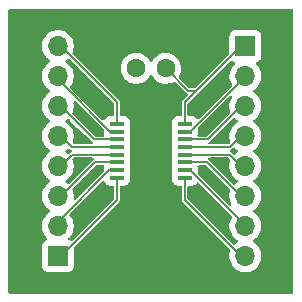
<source format=gtl>
G04 #@! TF.GenerationSoftware,KiCad,Pcbnew,9.0.0*
G04 #@! TF.CreationDate,2025-02-20T19:15:02-05:00*
G04 #@! TF.ProjectId,surfboard,73757266-626f-4617-9264-2e6b69636164,rev?*
G04 #@! TF.SameCoordinates,Original*
G04 #@! TF.FileFunction,Copper,L1,Top*
G04 #@! TF.FilePolarity,Positive*
%FSLAX46Y46*%
G04 Gerber Fmt 4.6, Leading zero omitted, Abs format (unit mm)*
G04 Created by KiCad (PCBNEW 9.0.0) date 2025-02-20 19:15:02*
%MOMM*%
%LPD*%
G01*
G04 APERTURE LIST*
G04 #@! TA.AperFunction,SMDPad,CuDef*
%ADD10R,1.168400X0.304800*%
G04 #@! TD*
G04 #@! TA.AperFunction,ComponentPad*
%ADD11C,1.600000*%
G04 #@! TD*
G04 #@! TA.AperFunction,ComponentPad*
%ADD12R,1.700000X1.700000*%
G04 #@! TD*
G04 #@! TA.AperFunction,ComponentPad*
%ADD13O,1.700000X1.700000*%
G04 #@! TD*
G04 #@! TA.AperFunction,Conductor*
%ADD14C,0.203200*%
G04 #@! TD*
G04 APERTURE END LIST*
D10*
X140004800Y-99945049D03*
X140004800Y-100595035D03*
X140004800Y-101245021D03*
X140004800Y-101895007D03*
X140004800Y-102544993D03*
X140004800Y-103194979D03*
X140004800Y-103844965D03*
X140004800Y-104494951D03*
X145745200Y-104494951D03*
X145745200Y-103844965D03*
X145745200Y-103194979D03*
X145745200Y-102544993D03*
X145745200Y-101895007D03*
X145745200Y-101245021D03*
X145745200Y-100595035D03*
X145745200Y-99945049D03*
D11*
X141625000Y-95235000D03*
X144125000Y-95235000D03*
D12*
X135001000Y-111125000D03*
D13*
X135001000Y-108585000D03*
X135001000Y-106045000D03*
X135001000Y-103505000D03*
X135001000Y-100965000D03*
X135001000Y-98425000D03*
X135001000Y-95885000D03*
X135001000Y-93345000D03*
D12*
X150876000Y-93345000D03*
D13*
X150876000Y-95885000D03*
X150876000Y-98425000D03*
X150876000Y-100965000D03*
X150876000Y-103505000D03*
X150876000Y-106045000D03*
X150876000Y-108585000D03*
X150876000Y-111125000D03*
D14*
X135255000Y-93345000D02*
X135001000Y-93345000D01*
X140004800Y-98094800D02*
X135255000Y-93345000D01*
X135128000Y-95885000D02*
X135001000Y-95885000D01*
X135255000Y-96012000D02*
X135128000Y-95885000D01*
X135255000Y-96415070D02*
X135255000Y-96012000D01*
X138075021Y-101245021D02*
X135255000Y-98425000D01*
X140004800Y-101245021D02*
X138075021Y-101245021D01*
X136185007Y-101895007D02*
X135255000Y-100965000D01*
X140004800Y-101895007D02*
X136185007Y-101895007D01*
X135255000Y-103505000D02*
X135001000Y-103505000D01*
X135255000Y-98425000D02*
X135001000Y-98425000D01*
X136215007Y-102544993D02*
X135255000Y-103505000D01*
X140004800Y-99945049D02*
X140004800Y-98094800D01*
X135255000Y-106045000D02*
X135001000Y-106045000D01*
X140004800Y-100595035D02*
X139434965Y-100595035D01*
X138105021Y-103194979D02*
X135255000Y-106045000D01*
X135255000Y-100965000D02*
X135001000Y-100965000D01*
X135128000Y-108585000D02*
X135001000Y-108585000D01*
X135255000Y-108458000D02*
X135128000Y-108585000D01*
X139360035Y-103844965D02*
X135255000Y-107950000D01*
X140004800Y-103844965D02*
X139360035Y-103844965D01*
X140004800Y-106375200D02*
X135255000Y-111125000D01*
X135255000Y-111125000D02*
X135001000Y-111125000D01*
X140004800Y-104494951D02*
X140004800Y-106375200D01*
X135255000Y-107950000D02*
X135255000Y-108458000D01*
X140004800Y-103194979D02*
X138105021Y-103194979D01*
X140004800Y-102544993D02*
X136215007Y-102544993D01*
X139434965Y-100595035D02*
X135255000Y-96415070D01*
X145745200Y-106375200D02*
X150495000Y-111125000D01*
X145745200Y-104494951D02*
X145745200Y-106375200D01*
X150622000Y-108585000D02*
X150876000Y-108585000D01*
X150495000Y-108458000D02*
X150622000Y-108585000D01*
X150495000Y-108162965D02*
X150495000Y-108458000D01*
X145745200Y-103844965D02*
X146177000Y-103844965D01*
X147644979Y-103194979D02*
X150495000Y-106045000D01*
X150495000Y-111125000D02*
X150876000Y-111125000D01*
X150495000Y-103505000D02*
X150876000Y-103505000D01*
X149534993Y-102544993D02*
X150495000Y-103505000D01*
X145745200Y-102544993D02*
X149534993Y-102544993D01*
X145745200Y-103194979D02*
X147644979Y-103194979D01*
X150495000Y-100965000D02*
X150876000Y-100965000D01*
X149564993Y-101895007D02*
X150495000Y-100965000D01*
X145745200Y-101895007D02*
X149564993Y-101895007D01*
X150495000Y-98425000D02*
X150876000Y-98425000D01*
X146177000Y-103844965D02*
X150495000Y-108162965D01*
X150622000Y-95885000D02*
X150876000Y-95885000D01*
X145745200Y-100595035D02*
X146177000Y-100595035D01*
X150495000Y-93345000D02*
X150876000Y-93345000D01*
X146685000Y-97155000D02*
X150495000Y-93345000D01*
X146177000Y-100595035D02*
X150495000Y-96277035D01*
X150495000Y-96277035D02*
X150495000Y-96012000D01*
X145745200Y-101245021D02*
X147674979Y-101245021D01*
X150495000Y-96012000D02*
X150622000Y-95885000D01*
X147674979Y-101245021D02*
X150495000Y-98425000D01*
X150495000Y-106045000D02*
X150876000Y-106045000D01*
X146045000Y-97155000D02*
X144125000Y-95235000D01*
X146685000Y-97155000D02*
X146045000Y-97155000D01*
X145745200Y-98094800D02*
X146685000Y-97155000D01*
X145745200Y-99945049D02*
X145745200Y-98094800D01*
G04 #@! TA.AperFunction,NonConductor*
G36*
X154882539Y-90190185D02*
G01*
X154928294Y-90242989D01*
X154939500Y-90294500D01*
X154939500Y-114175500D01*
X154919815Y-114242539D01*
X154867011Y-114288294D01*
X154815500Y-114299500D01*
X130934500Y-114299500D01*
X130867461Y-114279815D01*
X130821706Y-114227011D01*
X130810500Y-114175500D01*
X130810500Y-93238713D01*
X133650500Y-93238713D01*
X133650500Y-93451286D01*
X133683753Y-93661239D01*
X133749444Y-93863414D01*
X133845951Y-94052820D01*
X133970890Y-94224786D01*
X134121213Y-94375109D01*
X134293182Y-94500050D01*
X134301946Y-94504516D01*
X134352742Y-94552491D01*
X134369536Y-94620312D01*
X134346998Y-94686447D01*
X134301946Y-94725484D01*
X134293182Y-94729949D01*
X134121213Y-94854890D01*
X133970890Y-95005213D01*
X133845951Y-95177179D01*
X133749444Y-95366585D01*
X133683753Y-95568760D01*
X133657546Y-95734228D01*
X133650500Y-95778713D01*
X133650500Y-95991287D01*
X133683754Y-96201243D01*
X133740205Y-96374982D01*
X133749444Y-96403414D01*
X133845951Y-96592820D01*
X133970890Y-96764786D01*
X134121213Y-96915109D01*
X134293182Y-97040050D01*
X134301946Y-97044516D01*
X134352742Y-97092491D01*
X134369536Y-97160312D01*
X134346998Y-97226447D01*
X134301946Y-97265484D01*
X134293182Y-97269949D01*
X134121213Y-97394890D01*
X133970890Y-97545213D01*
X133845951Y-97717179D01*
X133749444Y-97906585D01*
X133683753Y-98108760D01*
X133650500Y-98318713D01*
X133650500Y-98531286D01*
X133683753Y-98741239D01*
X133683753Y-98741241D01*
X133683754Y-98741243D01*
X133732864Y-98892388D01*
X133749444Y-98943414D01*
X133845951Y-99132820D01*
X133970890Y-99304786D01*
X134121213Y-99455109D01*
X134293182Y-99580050D01*
X134301946Y-99584516D01*
X134352742Y-99632491D01*
X134369536Y-99700312D01*
X134346998Y-99766447D01*
X134301946Y-99805484D01*
X134293182Y-99809949D01*
X134121213Y-99934890D01*
X133970890Y-100085213D01*
X133845951Y-100257179D01*
X133749444Y-100446585D01*
X133683753Y-100648760D01*
X133650500Y-100858713D01*
X133650500Y-101071286D01*
X133683753Y-101281239D01*
X133683753Y-101281241D01*
X133683754Y-101281243D01*
X133748924Y-101481816D01*
X133749444Y-101483414D01*
X133845951Y-101672820D01*
X133970890Y-101844786D01*
X134121213Y-101995109D01*
X134293182Y-102120050D01*
X134301946Y-102124516D01*
X134352742Y-102172491D01*
X134369536Y-102240312D01*
X134346998Y-102306447D01*
X134301946Y-102345484D01*
X134293182Y-102349949D01*
X134121213Y-102474890D01*
X133970890Y-102625213D01*
X133845951Y-102797179D01*
X133749444Y-102986585D01*
X133683753Y-103188760D01*
X133651050Y-103395243D01*
X133650500Y-103398713D01*
X133650500Y-103611287D01*
X133683754Y-103821243D01*
X133729132Y-103960902D01*
X133749444Y-104023414D01*
X133845951Y-104212820D01*
X133970890Y-104384786D01*
X134121213Y-104535109D01*
X134293182Y-104660050D01*
X134301946Y-104664516D01*
X134352742Y-104712491D01*
X134369536Y-104780312D01*
X134346998Y-104846447D01*
X134301946Y-104885484D01*
X134293182Y-104889949D01*
X134121213Y-105014890D01*
X133970890Y-105165213D01*
X133845951Y-105337179D01*
X133749444Y-105526585D01*
X133683753Y-105728760D01*
X133650500Y-105938713D01*
X133650500Y-106151286D01*
X133676686Y-106316622D01*
X133683754Y-106361243D01*
X133730456Y-106504977D01*
X133749444Y-106563414D01*
X133845951Y-106752820D01*
X133970890Y-106924786D01*
X134121213Y-107075109D01*
X134293182Y-107200050D01*
X134301946Y-107204516D01*
X134352742Y-107252491D01*
X134369536Y-107320312D01*
X134346998Y-107386447D01*
X134301946Y-107425484D01*
X134293182Y-107429949D01*
X134121213Y-107554890D01*
X133970890Y-107705213D01*
X133845951Y-107877179D01*
X133749444Y-108066585D01*
X133683753Y-108268760D01*
X133650500Y-108478713D01*
X133650500Y-108691286D01*
X133683753Y-108901239D01*
X133749444Y-109103414D01*
X133845951Y-109292820D01*
X133970890Y-109464786D01*
X134084430Y-109578326D01*
X134117915Y-109639649D01*
X134112931Y-109709341D01*
X134071059Y-109765274D01*
X134040083Y-109782189D01*
X133908669Y-109831203D01*
X133908664Y-109831206D01*
X133793455Y-109917452D01*
X133793452Y-109917455D01*
X133707206Y-110032664D01*
X133707202Y-110032671D01*
X133656908Y-110167517D01*
X133650501Y-110227116D01*
X133650500Y-110227135D01*
X133650500Y-112022870D01*
X133650501Y-112022876D01*
X133656908Y-112082483D01*
X133707202Y-112217328D01*
X133707206Y-112217335D01*
X133793452Y-112332544D01*
X133793455Y-112332547D01*
X133908664Y-112418793D01*
X133908671Y-112418797D01*
X134043517Y-112469091D01*
X134043516Y-112469091D01*
X134050444Y-112469835D01*
X134103127Y-112475500D01*
X135898872Y-112475499D01*
X135958483Y-112469091D01*
X136093331Y-112418796D01*
X136208546Y-112332546D01*
X136294796Y-112217331D01*
X136345091Y-112082483D01*
X136351500Y-112022873D01*
X136351499Y-110403857D01*
X136371184Y-110336819D01*
X136387813Y-110316182D01*
X140199022Y-106504974D01*
X140199022Y-106504972D01*
X140199024Y-106504971D01*
X140216461Y-106462872D01*
X140233900Y-106420770D01*
X140233900Y-106329629D01*
X140233900Y-105271850D01*
X140253585Y-105204811D01*
X140306389Y-105159056D01*
X140357900Y-105147850D01*
X140636871Y-105147850D01*
X140636872Y-105147850D01*
X140696483Y-105141442D01*
X140831331Y-105091147D01*
X140946546Y-105004897D01*
X141032796Y-104889682D01*
X141083091Y-104754834D01*
X141089500Y-104695224D01*
X141089499Y-104294679D01*
X141083091Y-104235068D01*
X141074968Y-104213292D01*
X141069983Y-104143602D01*
X141074966Y-104126630D01*
X141083091Y-104104848D01*
X141089500Y-104045238D01*
X141089499Y-103644693D01*
X141083091Y-103585082D01*
X141074968Y-103563306D01*
X141069983Y-103493616D01*
X141074966Y-103476644D01*
X141083091Y-103454862D01*
X141089500Y-103395252D01*
X141089499Y-102994707D01*
X141083091Y-102935096D01*
X141074968Y-102913320D01*
X141069983Y-102843630D01*
X141074966Y-102826658D01*
X141083091Y-102804876D01*
X141089500Y-102745266D01*
X141089499Y-102344721D01*
X141083091Y-102285110D01*
X141074968Y-102263334D01*
X141069983Y-102193644D01*
X141074966Y-102176672D01*
X141083091Y-102154890D01*
X141089500Y-102095280D01*
X141089499Y-101694735D01*
X141083091Y-101635124D01*
X141074968Y-101613348D01*
X141069983Y-101543658D01*
X141074966Y-101526686D01*
X141083091Y-101504904D01*
X141089500Y-101445294D01*
X141089499Y-101044749D01*
X141083091Y-100985138D01*
X141074968Y-100963362D01*
X141069983Y-100893672D01*
X141074966Y-100876700D01*
X141083091Y-100854918D01*
X141089500Y-100795308D01*
X141089499Y-100394763D01*
X141083091Y-100335152D01*
X141074968Y-100313376D01*
X141069983Y-100243686D01*
X141074966Y-100226714D01*
X141083091Y-100204932D01*
X141089500Y-100145322D01*
X141089499Y-99744777D01*
X141083091Y-99685166D01*
X141073553Y-99659594D01*
X141032797Y-99550320D01*
X141032793Y-99550313D01*
X140946547Y-99435104D01*
X140946544Y-99435101D01*
X140831335Y-99348855D01*
X140831328Y-99348851D01*
X140696482Y-99298557D01*
X140696483Y-99298557D01*
X140636883Y-99292150D01*
X140636881Y-99292149D01*
X140636873Y-99292149D01*
X140636865Y-99292149D01*
X140357900Y-99292149D01*
X140290861Y-99272464D01*
X140245106Y-99219660D01*
X140233900Y-99168149D01*
X140233900Y-98049229D01*
X140223684Y-98024566D01*
X140219452Y-98014350D01*
X140219450Y-98014346D01*
X140213024Y-97998831D01*
X140199022Y-97965026D01*
X140199020Y-97965024D01*
X140199020Y-97965023D01*
X137366645Y-95132648D01*
X140324500Y-95132648D01*
X140324500Y-95337351D01*
X140356522Y-95539534D01*
X140419781Y-95734223D01*
X140512715Y-95916613D01*
X140633028Y-96082213D01*
X140777786Y-96226971D01*
X140932372Y-96339282D01*
X140943390Y-96347287D01*
X141053541Y-96403412D01*
X141125776Y-96440218D01*
X141125778Y-96440218D01*
X141125781Y-96440220D01*
X141230137Y-96474127D01*
X141320465Y-96503477D01*
X141421557Y-96519488D01*
X141522648Y-96535500D01*
X141522649Y-96535500D01*
X141727351Y-96535500D01*
X141727352Y-96535500D01*
X141929534Y-96503477D01*
X142124219Y-96440220D01*
X142306610Y-96347287D01*
X142399590Y-96279732D01*
X142472213Y-96226971D01*
X142472215Y-96226968D01*
X142472219Y-96226966D01*
X142616966Y-96082219D01*
X142616968Y-96082215D01*
X142616971Y-96082213D01*
X142684212Y-95989662D01*
X142737287Y-95916610D01*
X142764515Y-95863171D01*
X142812490Y-95812376D01*
X142880311Y-95795581D01*
X142946446Y-95818118D01*
X142985485Y-95863172D01*
X143012715Y-95916613D01*
X143133028Y-96082213D01*
X143277786Y-96226971D01*
X143432372Y-96339282D01*
X143443390Y-96347287D01*
X143553541Y-96403412D01*
X143625776Y-96440218D01*
X143625778Y-96440218D01*
X143625781Y-96440220D01*
X143730137Y-96474127D01*
X143820465Y-96503477D01*
X143921557Y-96519488D01*
X144022648Y-96535500D01*
X144022649Y-96535500D01*
X144227351Y-96535500D01*
X144227352Y-96535500D01*
X144429534Y-96503477D01*
X144624219Y-96440220D01*
X144624224Y-96440217D01*
X144624228Y-96440216D01*
X144797009Y-96352179D01*
X144865678Y-96339282D01*
X144930418Y-96365558D01*
X144940985Y-96374982D01*
X145915225Y-97349222D01*
X145915230Y-97349224D01*
X145921648Y-97351883D01*
X145976052Y-97395724D01*
X145998117Y-97462018D01*
X145980838Y-97529717D01*
X145961877Y-97554125D01*
X145550979Y-97965023D01*
X145550977Y-97965026D01*
X145526313Y-98024569D01*
X145516100Y-98049228D01*
X145516100Y-99168149D01*
X145496415Y-99235188D01*
X145443611Y-99280943D01*
X145392100Y-99292149D01*
X145113130Y-99292149D01*
X145113123Y-99292150D01*
X145053516Y-99298557D01*
X144918671Y-99348851D01*
X144918664Y-99348855D01*
X144803455Y-99435101D01*
X144803452Y-99435104D01*
X144717206Y-99550313D01*
X144717202Y-99550320D01*
X144666910Y-99685162D01*
X144666909Y-99685166D01*
X144660500Y-99744776D01*
X144660500Y-99744783D01*
X144660500Y-99744784D01*
X144660500Y-100145319D01*
X144660501Y-100145325D01*
X144666908Y-100204930D01*
X144675031Y-100226708D01*
X144680015Y-100296400D01*
X144675032Y-100313372D01*
X144666909Y-100335152D01*
X144660500Y-100394762D01*
X144660500Y-100394769D01*
X144660500Y-100394770D01*
X144660500Y-100795305D01*
X144660501Y-100795311D01*
X144666908Y-100854916D01*
X144675031Y-100876694D01*
X144680015Y-100946386D01*
X144675032Y-100963358D01*
X144668967Y-100979621D01*
X144666909Y-100985138D01*
X144660500Y-101044748D01*
X144660500Y-101044755D01*
X144660500Y-101044756D01*
X144660500Y-101445291D01*
X144660501Y-101445297D01*
X144666908Y-101504902D01*
X144675031Y-101526680D01*
X144680015Y-101596372D01*
X144675032Y-101613344D01*
X144668974Y-101629588D01*
X144666909Y-101635124D01*
X144660500Y-101694734D01*
X144660500Y-101694741D01*
X144660500Y-101694742D01*
X144660500Y-102095277D01*
X144660501Y-102095283D01*
X144666908Y-102154888D01*
X144675031Y-102176666D01*
X144680015Y-102246358D01*
X144675032Y-102263330D01*
X144666909Y-102285110D01*
X144660500Y-102344720D01*
X144660500Y-102344727D01*
X144660500Y-102344728D01*
X144660500Y-102745263D01*
X144660501Y-102745269D01*
X144666908Y-102804874D01*
X144675031Y-102826652D01*
X144680015Y-102896344D01*
X144675032Y-102913316D01*
X144666909Y-102935096D01*
X144660500Y-102994706D01*
X144660500Y-102994713D01*
X144660500Y-102994714D01*
X144660500Y-103395249D01*
X144660501Y-103395255D01*
X144666908Y-103454860D01*
X144675031Y-103476638D01*
X144680015Y-103546330D01*
X144675032Y-103563302D01*
X144669726Y-103577530D01*
X144666909Y-103585082D01*
X144660500Y-103644692D01*
X144660500Y-103644699D01*
X144660500Y-103644700D01*
X144660500Y-104045235D01*
X144660501Y-104045241D01*
X144666908Y-104104846D01*
X144675031Y-104126624D01*
X144680015Y-104196316D01*
X144675032Y-104213288D01*
X144666909Y-104235068D01*
X144660500Y-104294678D01*
X144660500Y-104294685D01*
X144660500Y-104294686D01*
X144660500Y-104695221D01*
X144660501Y-104695227D01*
X144666908Y-104754834D01*
X144717202Y-104889679D01*
X144717206Y-104889686D01*
X144803452Y-105004895D01*
X144803455Y-105004898D01*
X144918664Y-105091144D01*
X144918671Y-105091148D01*
X144963618Y-105107912D01*
X145053517Y-105141442D01*
X145113127Y-105147851D01*
X145392101Y-105147850D01*
X145459139Y-105167534D01*
X145504894Y-105220338D01*
X145516100Y-105271850D01*
X145516100Y-106420768D01*
X145516101Y-106420773D01*
X145550975Y-106504969D01*
X145550976Y-106504971D01*
X145550978Y-106504975D01*
X145550979Y-106504976D01*
X145550980Y-106504977D01*
X149577614Y-110531610D01*
X149611099Y-110592933D01*
X149607864Y-110657608D01*
X149558754Y-110808755D01*
X149558753Y-110808759D01*
X149525500Y-111018713D01*
X149525500Y-111231286D01*
X149558753Y-111441239D01*
X149624444Y-111643414D01*
X149720951Y-111832820D01*
X149845890Y-112004786D01*
X149996213Y-112155109D01*
X150168179Y-112280048D01*
X150168181Y-112280049D01*
X150168184Y-112280051D01*
X150357588Y-112376557D01*
X150559757Y-112442246D01*
X150769713Y-112475500D01*
X150769714Y-112475500D01*
X150982286Y-112475500D01*
X150982287Y-112475500D01*
X151192243Y-112442246D01*
X151394412Y-112376557D01*
X151583816Y-112280051D01*
X151670138Y-112217335D01*
X151755786Y-112155109D01*
X151755788Y-112155106D01*
X151755792Y-112155104D01*
X151906104Y-112004792D01*
X151906106Y-112004788D01*
X151906109Y-112004786D01*
X152031048Y-111832820D01*
X152031047Y-111832820D01*
X152031051Y-111832816D01*
X152127557Y-111643412D01*
X152193246Y-111441243D01*
X152226500Y-111231287D01*
X152226500Y-111018713D01*
X152193246Y-110808757D01*
X152127557Y-110606588D01*
X152031051Y-110417184D01*
X152031049Y-110417181D01*
X152031048Y-110417179D01*
X151906109Y-110245213D01*
X151755786Y-110094890D01*
X151583820Y-109969951D01*
X151583115Y-109969591D01*
X151575054Y-109965485D01*
X151524259Y-109917512D01*
X151507463Y-109849692D01*
X151529999Y-109783556D01*
X151575054Y-109744515D01*
X151583816Y-109740051D01*
X151626085Y-109709341D01*
X151755786Y-109615109D01*
X151755788Y-109615106D01*
X151755792Y-109615104D01*
X151906104Y-109464792D01*
X151906106Y-109464788D01*
X151906109Y-109464786D01*
X152031048Y-109292820D01*
X152031047Y-109292820D01*
X152031051Y-109292816D01*
X152127557Y-109103412D01*
X152193246Y-108901243D01*
X152226500Y-108691287D01*
X152226500Y-108478713D01*
X152193246Y-108268757D01*
X152127557Y-108066588D01*
X152031051Y-107877184D01*
X152031049Y-107877181D01*
X152031048Y-107877179D01*
X151906109Y-107705213D01*
X151755786Y-107554890D01*
X151583820Y-107429951D01*
X151583115Y-107429591D01*
X151575054Y-107425485D01*
X151524259Y-107377512D01*
X151507463Y-107309692D01*
X151529999Y-107243556D01*
X151575054Y-107204515D01*
X151583816Y-107200051D01*
X151605789Y-107184086D01*
X151755786Y-107075109D01*
X151755788Y-107075106D01*
X151755792Y-107075104D01*
X151906104Y-106924792D01*
X151906106Y-106924788D01*
X151906109Y-106924786D01*
X152031048Y-106752820D01*
X152031047Y-106752820D01*
X152031051Y-106752816D01*
X152127557Y-106563412D01*
X152193246Y-106361243D01*
X152226500Y-106151287D01*
X152226500Y-105938713D01*
X152193246Y-105728757D01*
X152127557Y-105526588D01*
X152031051Y-105337184D01*
X152031049Y-105337181D01*
X152031048Y-105337179D01*
X151906109Y-105165213D01*
X151755786Y-105014890D01*
X151583820Y-104889951D01*
X151583115Y-104889591D01*
X151575054Y-104885485D01*
X151524259Y-104837512D01*
X151507463Y-104769692D01*
X151529999Y-104703556D01*
X151575054Y-104664515D01*
X151583816Y-104660051D01*
X151605789Y-104644086D01*
X151755786Y-104535109D01*
X151755788Y-104535106D01*
X151755792Y-104535104D01*
X151906104Y-104384792D01*
X151906106Y-104384788D01*
X151906109Y-104384786D01*
X152031048Y-104212820D01*
X152031047Y-104212820D01*
X152031051Y-104212816D01*
X152127557Y-104023412D01*
X152193246Y-103821243D01*
X152226500Y-103611287D01*
X152226500Y-103398713D01*
X152193246Y-103188757D01*
X152127557Y-102986588D01*
X152031051Y-102797184D01*
X152031049Y-102797181D01*
X152031048Y-102797179D01*
X151906109Y-102625213D01*
X151755786Y-102474890D01*
X151583820Y-102349951D01*
X151583115Y-102349591D01*
X151575054Y-102345485D01*
X151524259Y-102297512D01*
X151507463Y-102229692D01*
X151529999Y-102163556D01*
X151575054Y-102124515D01*
X151583816Y-102120051D01*
X151605789Y-102104086D01*
X151755786Y-101995109D01*
X151755788Y-101995106D01*
X151755792Y-101995104D01*
X151906104Y-101844792D01*
X151906106Y-101844788D01*
X151906109Y-101844786D01*
X152031048Y-101672820D01*
X152031047Y-101672820D01*
X152031051Y-101672816D01*
X152127557Y-101483412D01*
X152193246Y-101281243D01*
X152226500Y-101071287D01*
X152226500Y-100858713D01*
X152193246Y-100648757D01*
X152127557Y-100446588D01*
X152031051Y-100257184D01*
X152031049Y-100257181D01*
X152031048Y-100257179D01*
X151906109Y-100085213D01*
X151755786Y-99934890D01*
X151583820Y-99809951D01*
X151583115Y-99809591D01*
X151575054Y-99805485D01*
X151524259Y-99757512D01*
X151507463Y-99689692D01*
X151529999Y-99623556D01*
X151575054Y-99584515D01*
X151583816Y-99580051D01*
X151610357Y-99560768D01*
X151755786Y-99455109D01*
X151755788Y-99455106D01*
X151755792Y-99455104D01*
X151906104Y-99304792D01*
X151906106Y-99304788D01*
X151906109Y-99304786D01*
X152031048Y-99132820D01*
X152031047Y-99132820D01*
X152031051Y-99132816D01*
X152127557Y-98943412D01*
X152193246Y-98741243D01*
X152226500Y-98531287D01*
X152226500Y-98318713D01*
X152193246Y-98108757D01*
X152127557Y-97906588D01*
X152031051Y-97717184D01*
X152031049Y-97717181D01*
X152031048Y-97717179D01*
X151906109Y-97545213D01*
X151755786Y-97394890D01*
X151583820Y-97269951D01*
X151578699Y-97267342D01*
X151575054Y-97265485D01*
X151524259Y-97217512D01*
X151507463Y-97149692D01*
X151529999Y-97083556D01*
X151575054Y-97044515D01*
X151583816Y-97040051D01*
X151648804Y-96992835D01*
X151755786Y-96915109D01*
X151755788Y-96915106D01*
X151755792Y-96915104D01*
X151906104Y-96764792D01*
X151906106Y-96764788D01*
X151906109Y-96764786D01*
X152031048Y-96592820D01*
X152031049Y-96592819D01*
X152031051Y-96592816D01*
X152127557Y-96403412D01*
X152193246Y-96201243D01*
X152226500Y-95991287D01*
X152226500Y-95778713D01*
X152193246Y-95568757D01*
X152127557Y-95366588D01*
X152031051Y-95177184D01*
X152031049Y-95177181D01*
X152031048Y-95177179D01*
X151906109Y-95005213D01*
X151792569Y-94891673D01*
X151759084Y-94830350D01*
X151764068Y-94760658D01*
X151805940Y-94704725D01*
X151836915Y-94687810D01*
X151968331Y-94638796D01*
X152083546Y-94552546D01*
X152169796Y-94437331D01*
X152220091Y-94302483D01*
X152226500Y-94242873D01*
X152226499Y-92447128D01*
X152220091Y-92387517D01*
X152169796Y-92252669D01*
X152169795Y-92252668D01*
X152169793Y-92252664D01*
X152083547Y-92137455D01*
X152083544Y-92137452D01*
X151968335Y-92051206D01*
X151968328Y-92051202D01*
X151833482Y-92000908D01*
X151833483Y-92000908D01*
X151773883Y-91994501D01*
X151773881Y-91994500D01*
X151773873Y-91994500D01*
X151773864Y-91994500D01*
X149978129Y-91994500D01*
X149978123Y-91994501D01*
X149918516Y-92000908D01*
X149783671Y-92051202D01*
X149783664Y-92051206D01*
X149668455Y-92137452D01*
X149668452Y-92137455D01*
X149582206Y-92252664D01*
X149582202Y-92252671D01*
X149531908Y-92387517D01*
X149525501Y-92447116D01*
X149525501Y-92447123D01*
X149525500Y-92447135D01*
X149525500Y-93939140D01*
X149505815Y-94006179D01*
X149489181Y-94026821D01*
X146626422Y-96889581D01*
X146565099Y-96923066D01*
X146538741Y-96925900D01*
X146191259Y-96925900D01*
X146124220Y-96906215D01*
X146103578Y-96889581D01*
X145264982Y-96050985D01*
X145231497Y-95989662D01*
X145236481Y-95919970D01*
X145242179Y-95907009D01*
X145330216Y-95734228D01*
X145330218Y-95734223D01*
X145330220Y-95734219D01*
X145393477Y-95539534D01*
X145425500Y-95337352D01*
X145425500Y-95132648D01*
X145393477Y-94930466D01*
X145380872Y-94891673D01*
X145360947Y-94830350D01*
X145330220Y-94735781D01*
X145330218Y-94735778D01*
X145330218Y-94735776D01*
X145280804Y-94638797D01*
X145237287Y-94553390D01*
X145212989Y-94519946D01*
X145116971Y-94387786D01*
X144972213Y-94243028D01*
X144806613Y-94122715D01*
X144806612Y-94122714D01*
X144806610Y-94122713D01*
X144749653Y-94093691D01*
X144624223Y-94029781D01*
X144429534Y-93966522D01*
X144254995Y-93938878D01*
X144227352Y-93934500D01*
X144022648Y-93934500D01*
X143998329Y-93938351D01*
X143820465Y-93966522D01*
X143625776Y-94029781D01*
X143443386Y-94122715D01*
X143277786Y-94243028D01*
X143133028Y-94387786D01*
X143012713Y-94553388D01*
X142985484Y-94606828D01*
X142937510Y-94657623D01*
X142869688Y-94674418D01*
X142803554Y-94651880D01*
X142764516Y-94606828D01*
X142737286Y-94553388D01*
X142616971Y-94387786D01*
X142472213Y-94243028D01*
X142306613Y-94122715D01*
X142306612Y-94122714D01*
X142306610Y-94122713D01*
X142249653Y-94093691D01*
X142124223Y-94029781D01*
X141929534Y-93966522D01*
X141754995Y-93938878D01*
X141727352Y-93934500D01*
X141522648Y-93934500D01*
X141498329Y-93938351D01*
X141320465Y-93966522D01*
X141125776Y-94029781D01*
X140943386Y-94122715D01*
X140777786Y-94243028D01*
X140633028Y-94387786D01*
X140512715Y-94553386D01*
X140419781Y-94735776D01*
X140356522Y-94930465D01*
X140324500Y-95132648D01*
X137366645Y-95132648D01*
X136263892Y-94029895D01*
X136230407Y-93968572D01*
X136235391Y-93898880D01*
X136241085Y-93885925D01*
X136252557Y-93863412D01*
X136318246Y-93661243D01*
X136351500Y-93451287D01*
X136351500Y-93238713D01*
X136318246Y-93028757D01*
X136252557Y-92826588D01*
X136156051Y-92637184D01*
X136156049Y-92637181D01*
X136156048Y-92637179D01*
X136031109Y-92465213D01*
X135880786Y-92314890D01*
X135708820Y-92189951D01*
X135519414Y-92093444D01*
X135519413Y-92093443D01*
X135519412Y-92093443D01*
X135317243Y-92027754D01*
X135317241Y-92027753D01*
X135317240Y-92027753D01*
X135155957Y-92002208D01*
X135107287Y-91994500D01*
X134894713Y-91994500D01*
X134846042Y-92002208D01*
X134684760Y-92027753D01*
X134482585Y-92093444D01*
X134293179Y-92189951D01*
X134121213Y-92314890D01*
X133970890Y-92465213D01*
X133845951Y-92637179D01*
X133749444Y-92826585D01*
X133683753Y-93028760D01*
X133650500Y-93238713D01*
X130810500Y-93238713D01*
X130810500Y-90294500D01*
X130830185Y-90227461D01*
X130882989Y-90181706D01*
X130934500Y-90170500D01*
X154815500Y-90170500D01*
X154882539Y-90190185D01*
G37*
G04 #@! TD.AperFunction*
G04 #@! TA.AperFunction,NonConductor*
G36*
X149690891Y-94575617D02*
G01*
X149721868Y-94592532D01*
X149740965Y-94606828D01*
X149776518Y-94633443D01*
X149783668Y-94638795D01*
X149783671Y-94638797D01*
X149915082Y-94687810D01*
X149971016Y-94729681D01*
X149995433Y-94795145D01*
X149980582Y-94863418D01*
X149959431Y-94891673D01*
X149845889Y-95005215D01*
X149720951Y-95177179D01*
X149624444Y-95366585D01*
X149558753Y-95568760D01*
X149532546Y-95734228D01*
X149525500Y-95778713D01*
X149525500Y-95991287D01*
X149558754Y-96201243D01*
X149624443Y-96403412D01*
X149720949Y-96592816D01*
X149720951Y-96592818D01*
X149723161Y-96597156D01*
X149722224Y-96597633D01*
X149739134Y-96660188D01*
X149718007Y-96726787D01*
X149702844Y-96745192D01*
X146927694Y-99520342D01*
X146866371Y-99553827D01*
X146796679Y-99548843D01*
X146740748Y-99506973D01*
X146686946Y-99435103D01*
X146686944Y-99435101D01*
X146686943Y-99435100D01*
X146571735Y-99348855D01*
X146571728Y-99348851D01*
X146436882Y-99298557D01*
X146436883Y-99298557D01*
X146377283Y-99292150D01*
X146377281Y-99292149D01*
X146377273Y-99292149D01*
X146377265Y-99292149D01*
X146098300Y-99292149D01*
X146031261Y-99272464D01*
X145985506Y-99219660D01*
X145974300Y-99168149D01*
X145974300Y-98241059D01*
X145993985Y-98174020D01*
X146010619Y-98153378D01*
X146446818Y-97717179D01*
X146879222Y-97284775D01*
X146879222Y-97284774D01*
X149559880Y-94604114D01*
X149621199Y-94570633D01*
X149690891Y-94575617D01*
G37*
G04 #@! TD.AperFunction*
G04 #@! TA.AperFunction,NonConductor*
G36*
X149653756Y-97544788D02*
G01*
X149709689Y-97586660D01*
X149734106Y-97652124D01*
X149720907Y-97717264D01*
X149624445Y-97906582D01*
X149558753Y-98108760D01*
X149525500Y-98318713D01*
X149525500Y-98531286D01*
X149558753Y-98741240D01*
X149607864Y-98892388D01*
X149609859Y-98962229D01*
X149577614Y-99018387D01*
X147616401Y-100979602D01*
X147555078Y-101013087D01*
X147528720Y-101015921D01*
X146942034Y-101015921D01*
X146874995Y-100996236D01*
X146829240Y-100943432D01*
X146819296Y-100874274D01*
X146822273Y-100862599D01*
X146821707Y-100862466D01*
X146823488Y-100854925D01*
X146823491Y-100854918D01*
X146829900Y-100795308D01*
X146829899Y-100394763D01*
X146823754Y-100337600D01*
X146836160Y-100268843D01*
X146859360Y-100236670D01*
X149522743Y-97573287D01*
X149584064Y-97539804D01*
X149653756Y-97544788D01*
G37*
G04 #@! TD.AperFunction*
G04 #@! TA.AperFunction,NonConductor*
G36*
X149935884Y-99410626D02*
G01*
X149980231Y-99439127D01*
X149996213Y-99455109D01*
X150168182Y-99580050D01*
X150176946Y-99584516D01*
X150227742Y-99632491D01*
X150244536Y-99700312D01*
X150221998Y-99766447D01*
X150176946Y-99805484D01*
X150168182Y-99809949D01*
X149996213Y-99934890D01*
X149845890Y-100085213D01*
X149720951Y-100257179D01*
X149624444Y-100446585D01*
X149558753Y-100648760D01*
X149525500Y-100858713D01*
X149525500Y-101071286D01*
X149558753Y-101281240D01*
X149607864Y-101432389D01*
X149608298Y-101447600D01*
X149613617Y-101461860D01*
X149609275Y-101481816D01*
X149609859Y-101502231D01*
X149601771Y-101516316D01*
X149598766Y-101530133D01*
X149577615Y-101558388D01*
X149506413Y-101629589D01*
X149445093Y-101663073D01*
X149418734Y-101665907D01*
X147874300Y-101665907D01*
X147807261Y-101646222D01*
X147761506Y-101593418D01*
X147751562Y-101524260D01*
X147780587Y-101460704D01*
X147803559Y-101440437D01*
X147804752Y-101439243D01*
X147804754Y-101439243D01*
X149804869Y-99439126D01*
X149866192Y-99405642D01*
X149935884Y-99410626D01*
G37*
G04 #@! TD.AperFunction*
G04 #@! TA.AperFunction,NonConductor*
G36*
X149935883Y-101950626D02*
G01*
X149980231Y-101979127D01*
X149996213Y-101995109D01*
X150168182Y-102120050D01*
X150176946Y-102124516D01*
X150227742Y-102172491D01*
X150244536Y-102240312D01*
X150221998Y-102306447D01*
X150176946Y-102345484D01*
X150168182Y-102349949D01*
X149996211Y-102474892D01*
X149996209Y-102474894D01*
X149980226Y-102490876D01*
X149918901Y-102524358D01*
X149849209Y-102519370D01*
X149804868Y-102490871D01*
X149664768Y-102350771D01*
X149662788Y-102349951D01*
X149640630Y-102340773D01*
X149586229Y-102296933D01*
X149564164Y-102230639D01*
X149581443Y-102162940D01*
X149632580Y-102115329D01*
X149640634Y-102111651D01*
X149645443Y-102109659D01*
X149694768Y-102089229D01*
X149804871Y-101979125D01*
X149866191Y-101945642D01*
X149935883Y-101950626D01*
G37*
G04 #@! TD.AperFunction*
G04 #@! TA.AperFunction,NonConductor*
G36*
X149418174Y-102782737D02*
G01*
X149448161Y-102789261D01*
X149453176Y-102793015D01*
X149455773Y-102793778D01*
X149476415Y-102810412D01*
X149577614Y-102911611D01*
X149611099Y-102972934D01*
X149607864Y-103037609D01*
X149558754Y-103188755D01*
X149558753Y-103188759D01*
X149526050Y-103395243D01*
X149525500Y-103398713D01*
X149525500Y-103611287D01*
X149558754Y-103821243D01*
X149604132Y-103960902D01*
X149624444Y-104023414D01*
X149720951Y-104212820D01*
X149845890Y-104384786D01*
X149996213Y-104535109D01*
X150168182Y-104660050D01*
X150176946Y-104664516D01*
X150227742Y-104712491D01*
X150244536Y-104780312D01*
X150221998Y-104846447D01*
X150176946Y-104885484D01*
X150168182Y-104889949D01*
X149996211Y-105014892D01*
X149996209Y-105014894D01*
X149980226Y-105030876D01*
X149918901Y-105064358D01*
X149849209Y-105059370D01*
X149804868Y-105030871D01*
X147766118Y-102992121D01*
X147767048Y-102991190D01*
X147730604Y-102947583D01*
X147721897Y-102878258D01*
X147752051Y-102815231D01*
X147811494Y-102778511D01*
X147844300Y-102774093D01*
X149388734Y-102774093D01*
X149418174Y-102782737D01*
G37*
G04 #@! TD.AperFunction*
G04 #@! TA.AperFunction,NonConductor*
G36*
X147565759Y-103443764D02*
G01*
X147586401Y-103460398D01*
X149577614Y-105451610D01*
X149611099Y-105512933D01*
X149607864Y-105577608D01*
X149558754Y-105728755D01*
X149558753Y-105728759D01*
X149525500Y-105938713D01*
X149525500Y-106151286D01*
X149551686Y-106316622D01*
X149558754Y-106361243D01*
X149605456Y-106504977D01*
X149624444Y-106563414D01*
X149689741Y-106691567D01*
X149702637Y-106760236D01*
X149676361Y-106824977D01*
X149619254Y-106865234D01*
X149549449Y-106868226D01*
X149491575Y-106835543D01*
X146859362Y-104203330D01*
X146825877Y-104142007D01*
X146823754Y-104102398D01*
X146829900Y-104045238D01*
X146829899Y-103644693D01*
X146823491Y-103585082D01*
X146823490Y-103585078D01*
X146821707Y-103577531D01*
X146824799Y-103576800D01*
X146820881Y-103521666D01*
X146854393Y-103460358D01*
X146915732Y-103426901D01*
X146942035Y-103424079D01*
X147498720Y-103424079D01*
X147565759Y-103443764D01*
G37*
G04 #@! TD.AperFunction*
G04 #@! TA.AperFunction,NonConductor*
G36*
X146927695Y-104919657D02*
G01*
X149715189Y-107707151D01*
X149748674Y-107768474D01*
X149743690Y-107838166D01*
X149727828Y-107867715D01*
X149720950Y-107877181D01*
X149624444Y-108066585D01*
X149558753Y-108268760D01*
X149525500Y-108478713D01*
X149525500Y-108691286D01*
X149558753Y-108901239D01*
X149624444Y-109103414D01*
X149720951Y-109292820D01*
X149845890Y-109464786D01*
X149996213Y-109615109D01*
X150168182Y-109740050D01*
X150176946Y-109744516D01*
X150227742Y-109792491D01*
X150244536Y-109860312D01*
X150221998Y-109926447D01*
X150176946Y-109965484D01*
X150168182Y-109969949D01*
X149996211Y-110094892D01*
X149996209Y-110094894D01*
X149980226Y-110110876D01*
X149918901Y-110144358D01*
X149849209Y-110139370D01*
X149804868Y-110110871D01*
X146010619Y-106316622D01*
X145977134Y-106255299D01*
X145974300Y-106228941D01*
X145974300Y-105271850D01*
X145993985Y-105204811D01*
X146046789Y-105159056D01*
X146098300Y-105147850D01*
X146377271Y-105147850D01*
X146377272Y-105147850D01*
X146436883Y-105141442D01*
X146571731Y-105091147D01*
X146686946Y-105004897D01*
X146740749Y-104933025D01*
X146796681Y-104891156D01*
X146866373Y-104886172D01*
X146927695Y-104919657D01*
G37*
G04 #@! TD.AperFunction*
G04 #@! TA.AperFunction,NonConductor*
G36*
X135975490Y-94395901D02*
G01*
X136002196Y-94416193D01*
X139739381Y-98153377D01*
X139772866Y-98214700D01*
X139775700Y-98241058D01*
X139775700Y-99168149D01*
X139756015Y-99235188D01*
X139703211Y-99280943D01*
X139651700Y-99292149D01*
X139372730Y-99292149D01*
X139372723Y-99292150D01*
X139313116Y-99298557D01*
X139178271Y-99348851D01*
X139178264Y-99348855D01*
X139063055Y-99435101D01*
X139063052Y-99435104D01*
X138976806Y-99550313D01*
X138976802Y-99550320D01*
X138972906Y-99560768D01*
X138931035Y-99616702D01*
X138865571Y-99641119D01*
X138797298Y-99626268D01*
X138769043Y-99605116D01*
X136062906Y-96898979D01*
X136029421Y-96837656D01*
X136034405Y-96767964D01*
X136050269Y-96738413D01*
X136099548Y-96670586D01*
X136156051Y-96592816D01*
X136252557Y-96403412D01*
X136318246Y-96201243D01*
X136351500Y-95991287D01*
X136351500Y-95778713D01*
X136318246Y-95568757D01*
X136252557Y-95366588D01*
X136156051Y-95177184D01*
X136156049Y-95177181D01*
X136156048Y-95177179D01*
X136031109Y-95005213D01*
X135880786Y-94854890D01*
X135708820Y-94729951D01*
X135708115Y-94729591D01*
X135700054Y-94725485D01*
X135649259Y-94677512D01*
X135632463Y-94609692D01*
X135654999Y-94543556D01*
X135700054Y-94504515D01*
X135708816Y-94500051D01*
X135841632Y-94403554D01*
X135907436Y-94380076D01*
X135975490Y-94395901D01*
G37*
G04 #@! TD.AperFunction*
G04 #@! TA.AperFunction,NonConductor*
G36*
X136508292Y-97996916D02*
G01*
X136530430Y-98014497D01*
X138883781Y-100367848D01*
X138917266Y-100429171D01*
X138920100Y-100455529D01*
X138920100Y-100795304D01*
X138920101Y-100795311D01*
X138926509Y-100854919D01*
X138928292Y-100862464D01*
X138925196Y-100863195D01*
X138929127Y-100918305D01*
X138895628Y-100979621D01*
X138834298Y-101013093D01*
X138807966Y-101015921D01*
X138221280Y-101015921D01*
X138154241Y-100996236D01*
X138133599Y-100979602D01*
X136263892Y-99109895D01*
X136230407Y-99048572D01*
X136235391Y-98978880D01*
X136241085Y-98965925D01*
X136252557Y-98943412D01*
X136318246Y-98741243D01*
X136351500Y-98531287D01*
X136351500Y-98318713D01*
X136320276Y-98121574D01*
X136329230Y-98052283D01*
X136374227Y-97998831D01*
X136440978Y-97978191D01*
X136508292Y-97996916D01*
G37*
G04 #@! TD.AperFunction*
G04 #@! TA.AperFunction,NonConductor*
G36*
X135975490Y-99475901D02*
G01*
X136024184Y-99526007D01*
X136038060Y-99594485D01*
X136012711Y-99659594D01*
X135985801Y-99685335D01*
X135957051Y-99705534D01*
X137941715Y-101436884D01*
X137944590Y-101438805D01*
X137946400Y-101440971D01*
X137947716Y-101442119D01*
X137947534Y-101442327D01*
X137989396Y-101492417D01*
X137998103Y-101561742D01*
X137967949Y-101624769D01*
X137908506Y-101661489D01*
X137875700Y-101665907D01*
X136361920Y-101665907D01*
X136294881Y-101646222D01*
X136249126Y-101593418D01*
X136239182Y-101524260D01*
X136250705Y-101487916D01*
X136250693Y-101487911D01*
X136250754Y-101487762D01*
X136251437Y-101485610D01*
X136252555Y-101483415D01*
X136252557Y-101483412D01*
X136318246Y-101281243D01*
X136351500Y-101071287D01*
X136351500Y-100858713D01*
X136318246Y-100648757D01*
X136252557Y-100446588D01*
X136156051Y-100257184D01*
X136156049Y-100257181D01*
X136156048Y-100257179D01*
X136031109Y-100085213D01*
X135880786Y-99934890D01*
X135708820Y-99809951D01*
X135708115Y-99809591D01*
X135700054Y-99805485D01*
X135649259Y-99757512D01*
X135632463Y-99689692D01*
X135654999Y-99623556D01*
X135700054Y-99584515D01*
X135708816Y-99580051D01*
X135841632Y-99483554D01*
X135907436Y-99460076D01*
X135975490Y-99475901D01*
G37*
G04 #@! TD.AperFunction*
G04 #@! TA.AperFunction,NonConductor*
G36*
X135975490Y-102015901D02*
G01*
X136002196Y-102036193D01*
X136055230Y-102089227D01*
X136055231Y-102089227D01*
X136055233Y-102089229D01*
X136104558Y-102109659D01*
X136109363Y-102111649D01*
X136109364Y-102111650D01*
X136109383Y-102111658D01*
X136132918Y-102130630D01*
X136163768Y-102155488D01*
X136163772Y-102155500D01*
X136163780Y-102155507D01*
X136173774Y-102185547D01*
X136185835Y-102221782D01*
X136185832Y-102221792D01*
X136185836Y-102221804D01*
X136176877Y-102256880D01*
X136168558Y-102289482D01*
X136168549Y-102289489D01*
X136168547Y-102289501D01*
X136141315Y-102314847D01*
X136117422Y-102337094D01*
X136117405Y-102337101D01*
X136117403Y-102337104D01*
X136117398Y-102337104D01*
X136109371Y-102340771D01*
X136085234Y-102350769D01*
X136085230Y-102350772D01*
X136002195Y-102433806D01*
X135940872Y-102467290D01*
X135871180Y-102462305D01*
X135841630Y-102446443D01*
X135799170Y-102415595D01*
X135708816Y-102349949D01*
X135700054Y-102345485D01*
X135649259Y-102297512D01*
X135632463Y-102229692D01*
X135654999Y-102163556D01*
X135700054Y-102124515D01*
X135708816Y-102120051D01*
X135841632Y-102023554D01*
X135907436Y-102000076D01*
X135975490Y-102015901D01*
G37*
G04 #@! TD.AperFunction*
G04 #@! TA.AperFunction,NonConductor*
G36*
X137972740Y-102793778D02*
G01*
X138018495Y-102846582D01*
X138028439Y-102915740D01*
X137999414Y-102979296D01*
X137976428Y-102999575D01*
X136002196Y-104973805D01*
X135940873Y-105007290D01*
X135871181Y-105002306D01*
X135841630Y-104986443D01*
X135768108Y-104933027D01*
X135708816Y-104889949D01*
X135700054Y-104885485D01*
X135649259Y-104837512D01*
X135632463Y-104769692D01*
X135654999Y-104703556D01*
X135700054Y-104664515D01*
X135708816Y-104660051D01*
X135730789Y-104644086D01*
X135880786Y-104535109D01*
X135880788Y-104535106D01*
X135880792Y-104535104D01*
X136031104Y-104384792D01*
X136031106Y-104384788D01*
X136031109Y-104384786D01*
X136156048Y-104212820D01*
X136156047Y-104212820D01*
X136156051Y-104212816D01*
X136252557Y-104023412D01*
X136318246Y-103821243D01*
X136351500Y-103611287D01*
X136351500Y-103398713D01*
X136318246Y-103188757D01*
X136252557Y-102986588D01*
X136247210Y-102976094D01*
X136241089Y-102964079D01*
X136236527Y-102939787D01*
X136227889Y-102916625D01*
X136230190Y-102906047D01*
X136228193Y-102895410D01*
X136237489Y-102872505D01*
X136242745Y-102848353D01*
X136252677Y-102835085D01*
X136254470Y-102830669D01*
X136263892Y-102820104D01*
X136273590Y-102810407D01*
X136334915Y-102776925D01*
X136361267Y-102774093D01*
X137905701Y-102774093D01*
X137972740Y-102793778D01*
G37*
G04 #@! TD.AperFunction*
G04 #@! TA.AperFunction,NonConductor*
G36*
X138875005Y-103443764D02*
G01*
X138920760Y-103496568D01*
X138930704Y-103565726D01*
X138927724Y-103577395D01*
X138928293Y-103577530D01*
X138926508Y-103585081D01*
X138920101Y-103644681D01*
X138920101Y-103644688D01*
X138920100Y-103644700D01*
X138920100Y-103909540D01*
X138900415Y-103976579D01*
X138883781Y-103997221D01*
X136550177Y-106330824D01*
X136488854Y-106364309D01*
X136419162Y-106359325D01*
X136363229Y-106317453D01*
X136338812Y-106251989D01*
X136340022Y-106223751D01*
X136351500Y-106151287D01*
X136351500Y-105938713D01*
X136318246Y-105728757D01*
X136252557Y-105526588D01*
X136252555Y-105526585D01*
X136252555Y-105526583D01*
X136241089Y-105504080D01*
X136228192Y-105435411D01*
X136254468Y-105370670D01*
X136263883Y-105360112D01*
X138163598Y-103460398D01*
X138224921Y-103426913D01*
X138251279Y-103424079D01*
X138807966Y-103424079D01*
X138875005Y-103443764D01*
G37*
G04 #@! TD.AperFunction*
G04 #@! TA.AperFunction,NonConductor*
G36*
X138879702Y-104751807D02*
G01*
X138935635Y-104793679D01*
X138952550Y-104824655D01*
X138976803Y-104889681D01*
X138976806Y-104889686D01*
X139063052Y-105004895D01*
X139063055Y-105004898D01*
X139178264Y-105091144D01*
X139178271Y-105091148D01*
X139223218Y-105107912D01*
X139313117Y-105141442D01*
X139372727Y-105147851D01*
X139651701Y-105147850D01*
X139718739Y-105167534D01*
X139764494Y-105220338D01*
X139775700Y-105271850D01*
X139775700Y-106228940D01*
X139756015Y-106295979D01*
X139739381Y-106316621D01*
X136244003Y-109811998D01*
X136227751Y-109820872D01*
X136214509Y-109833817D01*
X136197721Y-109837269D01*
X136182680Y-109845483D01*
X136164211Y-109844162D01*
X136146072Y-109847893D01*
X136124046Y-109841289D01*
X136112988Y-109840499D01*
X136111672Y-109839999D01*
X136098062Y-109834746D01*
X136093331Y-109831204D01*
X135961337Y-109781973D01*
X135960600Y-109781689D01*
X135933426Y-109760861D01*
X135905983Y-109740318D01*
X135905726Y-109739630D01*
X135905145Y-109739185D01*
X135893527Y-109706922D01*
X135881566Y-109674853D01*
X135881721Y-109674138D01*
X135881473Y-109673448D01*
X135889138Y-109640041D01*
X135896418Y-109606580D01*
X135896993Y-109605810D01*
X135897100Y-109605348D01*
X135897995Y-109604472D01*
X135917563Y-109578332D01*
X136031104Y-109464792D01*
X136156051Y-109292816D01*
X136252557Y-109103412D01*
X136318246Y-108901243D01*
X136351500Y-108691287D01*
X136351500Y-108478713D01*
X136318246Y-108268757D01*
X136252557Y-108066588D01*
X136156051Y-107877184D01*
X136156049Y-107877181D01*
X136156048Y-107877179D01*
X136031109Y-107705213D01*
X136015127Y-107689231D01*
X135981642Y-107627908D01*
X135986626Y-107558216D01*
X136015127Y-107513869D01*
X137377712Y-106151284D01*
X138748689Y-104780306D01*
X138810010Y-104746823D01*
X138879702Y-104751807D01*
G37*
G04 #@! TD.AperFunction*
M02*

</source>
